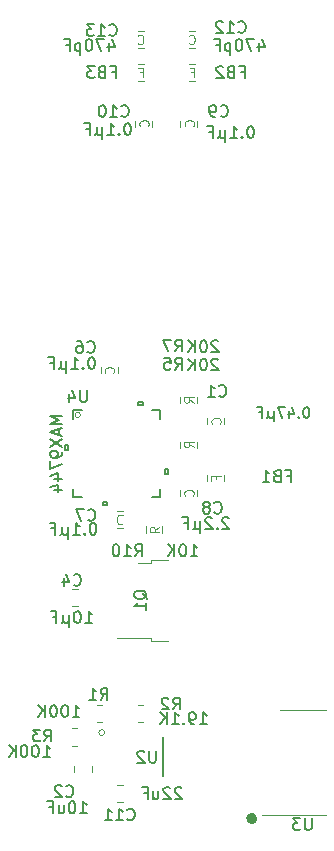
<source format=gbr>
G04 #@! TF.GenerationSoftware,KiCad,Pcbnew,(6.0.7)*
G04 #@! TF.CreationDate,2023-04-27T15:35:51-05:00*
G04 #@! TF.ProjectId,ControlBoardT4_DFminiSound_PowerAmp,436f6e74-726f-46c4-926f-61726454345f,rev?*
G04 #@! TF.SameCoordinates,Original*
G04 #@! TF.FileFunction,Legend,Bot*
G04 #@! TF.FilePolarity,Positive*
%FSLAX46Y46*%
G04 Gerber Fmt 4.6, Leading zero omitted, Abs format (unit mm)*
G04 Created by KiCad (PCBNEW (6.0.7)) date 2023-04-27 15:35:51*
%MOMM*%
%LPD*%
G01*
G04 APERTURE LIST*
%ADD10C,0.125000*%
%ADD11C,0.150000*%
%ADD12C,0.120000*%
%ADD13C,0.152400*%
G04 APERTURE END LIST*
D10*
X132751904Y-111757619D02*
X132370952Y-111490952D01*
X132751904Y-111300476D02*
X131951904Y-111300476D01*
X131951904Y-111605238D01*
X131990000Y-111681428D01*
X132028095Y-111719523D01*
X132104285Y-111757619D01*
X132218571Y-111757619D01*
X132294761Y-111719523D01*
X132332857Y-111681428D01*
X132370952Y-111605238D01*
X132370952Y-111300476D01*
X132685714Y-119627619D02*
X132723809Y-119589523D01*
X132761904Y-119475238D01*
X132761904Y-119399047D01*
X132723809Y-119284761D01*
X132647619Y-119208571D01*
X132571428Y-119170476D01*
X132419047Y-119132380D01*
X132304761Y-119132380D01*
X132152380Y-119170476D01*
X132076190Y-119208571D01*
X132000000Y-119284761D01*
X131961904Y-119399047D01*
X131961904Y-119475238D01*
X132000000Y-119589523D01*
X132038095Y-119627619D01*
X134975714Y-113557619D02*
X135013809Y-113519523D01*
X135051904Y-113405238D01*
X135051904Y-113329047D01*
X135013809Y-113214761D01*
X134937619Y-113138571D01*
X134861428Y-113100476D01*
X134709047Y-113062380D01*
X134594761Y-113062380D01*
X134442380Y-113100476D01*
X134366190Y-113138571D01*
X134290000Y-113214761D01*
X134251904Y-113329047D01*
X134251904Y-113405238D01*
X134290000Y-113519523D01*
X134328095Y-113557619D01*
X129831904Y-122272380D02*
X129450952Y-122539047D01*
X129831904Y-122729523D02*
X129031904Y-122729523D01*
X129031904Y-122424761D01*
X129070000Y-122348571D01*
X129108095Y-122310476D01*
X129184285Y-122272380D01*
X129298571Y-122272380D01*
X129374761Y-122310476D01*
X129412857Y-122348571D01*
X129450952Y-122424761D01*
X129450952Y-122729523D01*
X128002380Y-81335714D02*
X128040476Y-81373809D01*
X128154761Y-81411904D01*
X128230952Y-81411904D01*
X128345238Y-81373809D01*
X128421428Y-81297619D01*
X128459523Y-81221428D01*
X128497619Y-81069047D01*
X128497619Y-80954761D01*
X128459523Y-80802380D01*
X128421428Y-80726190D01*
X128345238Y-80650000D01*
X128230952Y-80611904D01*
X128154761Y-80611904D01*
X128040476Y-80650000D01*
X128002380Y-80688095D01*
X125925714Y-109247619D02*
X125963809Y-109209523D01*
X126001904Y-109095238D01*
X126001904Y-109019047D01*
X125963809Y-108904761D01*
X125887619Y-108828571D01*
X125811428Y-108790476D01*
X125659047Y-108752380D01*
X125544761Y-108752380D01*
X125392380Y-108790476D01*
X125316190Y-108828571D01*
X125240000Y-108904761D01*
X125201904Y-109019047D01*
X125201904Y-109095238D01*
X125240000Y-109209523D01*
X125278095Y-109247619D01*
X132515714Y-83782857D02*
X132782380Y-83782857D01*
X132782380Y-84201904D02*
X132782380Y-83401904D01*
X132401428Y-83401904D01*
X134622857Y-118244285D02*
X134622857Y-117977619D01*
X135041904Y-117977619D02*
X134241904Y-117977619D01*
X134241904Y-118358571D01*
X128185714Y-83772857D02*
X128452380Y-83772857D01*
X128452380Y-84191904D02*
X128452380Y-83391904D01*
X128071428Y-83391904D01*
X132705714Y-88357619D02*
X132743809Y-88319523D01*
X132781904Y-88205238D01*
X132781904Y-88129047D01*
X132743809Y-88014761D01*
X132667619Y-87938571D01*
X132591428Y-87900476D01*
X132439047Y-87862380D01*
X132324761Y-87862380D01*
X132172380Y-87900476D01*
X132096190Y-87938571D01*
X132020000Y-88014761D01*
X131981904Y-88129047D01*
X131981904Y-88205238D01*
X132020000Y-88319523D01*
X132058095Y-88357619D01*
X132362380Y-81345714D02*
X132400476Y-81383809D01*
X132514761Y-81421904D01*
X132590952Y-81421904D01*
X132705238Y-81383809D01*
X132781428Y-81307619D01*
X132819523Y-81231428D01*
X132857619Y-81079047D01*
X132857619Y-80964761D01*
X132819523Y-80812380D01*
X132781428Y-80736190D01*
X132705238Y-80660000D01*
X132590952Y-80621904D01*
X132514761Y-80621904D01*
X132400476Y-80660000D01*
X132362380Y-80698095D01*
X132761904Y-115547619D02*
X132380952Y-115280952D01*
X132761904Y-115090476D02*
X131961904Y-115090476D01*
X131961904Y-115395238D01*
X132000000Y-115471428D01*
X132038095Y-115509523D01*
X132114285Y-115547619D01*
X132228571Y-115547619D01*
X132304761Y-115509523D01*
X132342857Y-115471428D01*
X132380952Y-115395238D01*
X132380952Y-115090476D01*
X128885714Y-88357619D02*
X128923809Y-88319523D01*
X128961904Y-88205238D01*
X128961904Y-88129047D01*
X128923809Y-88014761D01*
X128847619Y-87938571D01*
X128771428Y-87900476D01*
X128619047Y-87862380D01*
X128504761Y-87862380D01*
X128352380Y-87900476D01*
X128276190Y-87938571D01*
X128200000Y-88014761D01*
X128161904Y-88129047D01*
X128161904Y-88205238D01*
X128200000Y-88319523D01*
X128238095Y-88357619D01*
X126727619Y-121314285D02*
X126689523Y-121276190D01*
X126575238Y-121238095D01*
X126499047Y-121238095D01*
X126384761Y-121276190D01*
X126308571Y-121352380D01*
X126270476Y-121428571D01*
X126232380Y-121580952D01*
X126232380Y-121695238D01*
X126270476Y-121847619D01*
X126308571Y-121923809D01*
X126384761Y-122000000D01*
X126499047Y-122038095D01*
X126575238Y-122038095D01*
X126689523Y-122000000D01*
X126727619Y-121961904D01*
D11*
X127782857Y-124762380D02*
X128116190Y-124286190D01*
X128354285Y-124762380D02*
X128354285Y-123762380D01*
X127973333Y-123762380D01*
X127878095Y-123810000D01*
X127830476Y-123857619D01*
X127782857Y-123952857D01*
X127782857Y-124095714D01*
X127830476Y-124190952D01*
X127878095Y-124238571D01*
X127973333Y-124286190D01*
X128354285Y-124286190D01*
X126830476Y-124762380D02*
X127401904Y-124762380D01*
X127116190Y-124762380D02*
X127116190Y-123762380D01*
X127211428Y-123905238D01*
X127306666Y-124000476D01*
X127401904Y-124048095D01*
X126211428Y-123762380D02*
X126116190Y-123762380D01*
X126020952Y-123810000D01*
X125973333Y-123857619D01*
X125925714Y-123952857D01*
X125878095Y-124143333D01*
X125878095Y-124381428D01*
X125925714Y-124571904D01*
X125973333Y-124667142D01*
X126020952Y-124714761D01*
X126116190Y-124762380D01*
X126211428Y-124762380D01*
X126306666Y-124714761D01*
X126354285Y-124667142D01*
X126401904Y-124571904D01*
X126449523Y-124381428D01*
X126449523Y-124143333D01*
X126401904Y-123952857D01*
X126354285Y-123857619D01*
X126306666Y-123810000D01*
X126211428Y-123762380D01*
X132500476Y-124762380D02*
X133071904Y-124762380D01*
X132786190Y-124762380D02*
X132786190Y-123762380D01*
X132881428Y-123905238D01*
X132976666Y-124000476D01*
X133071904Y-124048095D01*
X131881428Y-123762380D02*
X131786190Y-123762380D01*
X131690952Y-123810000D01*
X131643333Y-123857619D01*
X131595714Y-123952857D01*
X131548095Y-124143333D01*
X131548095Y-124381428D01*
X131595714Y-124571904D01*
X131643333Y-124667142D01*
X131690952Y-124714761D01*
X131786190Y-124762380D01*
X131881428Y-124762380D01*
X131976666Y-124714761D01*
X132024285Y-124667142D01*
X132071904Y-124571904D01*
X132119523Y-124381428D01*
X132119523Y-124143333D01*
X132071904Y-123952857D01*
X132024285Y-123857619D01*
X131976666Y-123810000D01*
X131881428Y-123762380D01*
X131119523Y-124762380D02*
X131119523Y-123762380D01*
X130548095Y-124762380D02*
X130976666Y-124190952D01*
X130548095Y-123762380D02*
X131119523Y-124333809D01*
X123697904Y-110704380D02*
X123697904Y-111513904D01*
X123650285Y-111609142D01*
X123602666Y-111656761D01*
X123507428Y-111704380D01*
X123316952Y-111704380D01*
X123221714Y-111656761D01*
X123174095Y-111609142D01*
X123126476Y-111513904D01*
X123126476Y-110704380D01*
X122221714Y-111037714D02*
X122221714Y-111704380D01*
X122459809Y-110656761D02*
X122697904Y-111371047D01*
X122078857Y-111371047D01*
X121610380Y-112935142D02*
X120610380Y-112935142D01*
X121324666Y-113268476D01*
X120610380Y-113601809D01*
X121610380Y-113601809D01*
X121324666Y-114030380D02*
X121324666Y-114506571D01*
X121610380Y-113935142D02*
X120610380Y-114268476D01*
X121610380Y-114601809D01*
X120610380Y-114839904D02*
X121610380Y-115506571D01*
X120610380Y-115506571D02*
X121610380Y-114839904D01*
X121610380Y-115935142D02*
X121610380Y-116125619D01*
X121562761Y-116220857D01*
X121515142Y-116268476D01*
X121372285Y-116363714D01*
X121181809Y-116411333D01*
X120800857Y-116411333D01*
X120705619Y-116363714D01*
X120658000Y-116316095D01*
X120610380Y-116220857D01*
X120610380Y-116030380D01*
X120658000Y-115935142D01*
X120705619Y-115887523D01*
X120800857Y-115839904D01*
X121038952Y-115839904D01*
X121134190Y-115887523D01*
X121181809Y-115935142D01*
X121229428Y-116030380D01*
X121229428Y-116220857D01*
X121181809Y-116316095D01*
X121134190Y-116363714D01*
X121038952Y-116411333D01*
X120610380Y-116744666D02*
X120610380Y-117411333D01*
X121610380Y-116982761D01*
X120943714Y-118220857D02*
X121610380Y-118220857D01*
X120562761Y-117982761D02*
X121277047Y-117744666D01*
X121277047Y-118363714D01*
X120943714Y-119173238D02*
X121610380Y-119173238D01*
X120562761Y-118935142D02*
X121277047Y-118697047D01*
X121277047Y-119316095D01*
X131176666Y-107432380D02*
X131510000Y-106956190D01*
X131748095Y-107432380D02*
X131748095Y-106432380D01*
X131367142Y-106432380D01*
X131271904Y-106480000D01*
X131224285Y-106527619D01*
X131176666Y-106622857D01*
X131176666Y-106765714D01*
X131224285Y-106860952D01*
X131271904Y-106908571D01*
X131367142Y-106956190D01*
X131748095Y-106956190D01*
X130843333Y-106432380D02*
X130176666Y-106432380D01*
X130605238Y-107432380D01*
X134821904Y-106577619D02*
X134774285Y-106530000D01*
X134679047Y-106482380D01*
X134440952Y-106482380D01*
X134345714Y-106530000D01*
X134298095Y-106577619D01*
X134250476Y-106672857D01*
X134250476Y-106768095D01*
X134298095Y-106910952D01*
X134869523Y-107482380D01*
X134250476Y-107482380D01*
X133631428Y-106482380D02*
X133536190Y-106482380D01*
X133440952Y-106530000D01*
X133393333Y-106577619D01*
X133345714Y-106672857D01*
X133298095Y-106863333D01*
X133298095Y-107101428D01*
X133345714Y-107291904D01*
X133393333Y-107387142D01*
X133440952Y-107434761D01*
X133536190Y-107482380D01*
X133631428Y-107482380D01*
X133726666Y-107434761D01*
X133774285Y-107387142D01*
X133821904Y-107291904D01*
X133869523Y-107101428D01*
X133869523Y-106863333D01*
X133821904Y-106672857D01*
X133774285Y-106577619D01*
X133726666Y-106530000D01*
X133631428Y-106482380D01*
X132869523Y-107482380D02*
X132869523Y-106482380D01*
X132298095Y-107482380D02*
X132726666Y-106910952D01*
X132298095Y-106482380D02*
X132869523Y-107053809D01*
X128810559Y-128401821D02*
X128762940Y-128306583D01*
X128667701Y-128211345D01*
X128524844Y-128068488D01*
X128477225Y-127973250D01*
X128477225Y-127878012D01*
X128715320Y-127925631D02*
X128667701Y-127830393D01*
X128572463Y-127735155D01*
X128381987Y-127687536D01*
X128048654Y-127687536D01*
X127858178Y-127735155D01*
X127762940Y-127830393D01*
X127715320Y-127925631D01*
X127715320Y-128116107D01*
X127762940Y-128211345D01*
X127858178Y-128306583D01*
X128048654Y-128354202D01*
X128381987Y-128354202D01*
X128572463Y-128306583D01*
X128667701Y-128211345D01*
X128715320Y-128116107D01*
X128715320Y-127925631D01*
X128715320Y-129306583D02*
X128715320Y-128735155D01*
X128715320Y-129020869D02*
X127715320Y-129020869D01*
X127858178Y-128925631D01*
X127953416Y-128830393D01*
X128001035Y-128735155D01*
X131176666Y-108962380D02*
X131510000Y-108486190D01*
X131748095Y-108962380D02*
X131748095Y-107962380D01*
X131367142Y-107962380D01*
X131271904Y-108010000D01*
X131224285Y-108057619D01*
X131176666Y-108152857D01*
X131176666Y-108295714D01*
X131224285Y-108390952D01*
X131271904Y-108438571D01*
X131367142Y-108486190D01*
X131748095Y-108486190D01*
X130271904Y-107962380D02*
X130748095Y-107962380D01*
X130795714Y-108438571D01*
X130748095Y-108390952D01*
X130652857Y-108343333D01*
X130414761Y-108343333D01*
X130319523Y-108390952D01*
X130271904Y-108438571D01*
X130224285Y-108533809D01*
X130224285Y-108771904D01*
X130271904Y-108867142D01*
X130319523Y-108914761D01*
X130414761Y-108962380D01*
X130652857Y-108962380D01*
X130748095Y-108914761D01*
X130795714Y-108867142D01*
X134811904Y-108127619D02*
X134764285Y-108080000D01*
X134669047Y-108032380D01*
X134430952Y-108032380D01*
X134335714Y-108080000D01*
X134288095Y-108127619D01*
X134240476Y-108222857D01*
X134240476Y-108318095D01*
X134288095Y-108460952D01*
X134859523Y-109032380D01*
X134240476Y-109032380D01*
X133621428Y-108032380D02*
X133526190Y-108032380D01*
X133430952Y-108080000D01*
X133383333Y-108127619D01*
X133335714Y-108222857D01*
X133288095Y-108413333D01*
X133288095Y-108651428D01*
X133335714Y-108841904D01*
X133383333Y-108937142D01*
X133430952Y-108984761D01*
X133526190Y-109032380D01*
X133621428Y-109032380D01*
X133716666Y-108984761D01*
X133764285Y-108937142D01*
X133811904Y-108841904D01*
X133859523Y-108651428D01*
X133859523Y-108413333D01*
X133811904Y-108222857D01*
X133764285Y-108127619D01*
X133716666Y-108080000D01*
X133621428Y-108032380D01*
X132859523Y-109032380D02*
X132859523Y-108032380D01*
X132288095Y-109032380D02*
X132716666Y-108460952D01*
X132288095Y-108032380D02*
X132859523Y-108603809D01*
X136723333Y-83748571D02*
X137056666Y-83748571D01*
X137056666Y-84272380D02*
X137056666Y-83272380D01*
X136580476Y-83272380D01*
X135866190Y-83748571D02*
X135723333Y-83796190D01*
X135675714Y-83843809D01*
X135628095Y-83939047D01*
X135628095Y-84081904D01*
X135675714Y-84177142D01*
X135723333Y-84224761D01*
X135818571Y-84272380D01*
X136199523Y-84272380D01*
X136199523Y-83272380D01*
X135866190Y-83272380D01*
X135770952Y-83320000D01*
X135723333Y-83367619D01*
X135675714Y-83462857D01*
X135675714Y-83558095D01*
X135723333Y-83653333D01*
X135770952Y-83700952D01*
X135866190Y-83748571D01*
X136199523Y-83748571D01*
X135247142Y-83367619D02*
X135199523Y-83320000D01*
X135104285Y-83272380D01*
X134866190Y-83272380D01*
X134770952Y-83320000D01*
X134723333Y-83367619D01*
X134675714Y-83462857D01*
X134675714Y-83558095D01*
X134723333Y-83700952D01*
X135294761Y-84272380D01*
X134675714Y-84272380D01*
X123806666Y-121677142D02*
X123854285Y-121724761D01*
X123997142Y-121772380D01*
X124092380Y-121772380D01*
X124235238Y-121724761D01*
X124330476Y-121629523D01*
X124378095Y-121534285D01*
X124425714Y-121343809D01*
X124425714Y-121200952D01*
X124378095Y-121010476D01*
X124330476Y-120915238D01*
X124235238Y-120820000D01*
X124092380Y-120772380D01*
X123997142Y-120772380D01*
X123854285Y-120820000D01*
X123806666Y-120867619D01*
X123473333Y-120772380D02*
X122806666Y-120772380D01*
X123235238Y-121772380D01*
X124274285Y-121932380D02*
X124179047Y-121932380D01*
X124083809Y-121980000D01*
X124036190Y-122027619D01*
X123988571Y-122122857D01*
X123940952Y-122313333D01*
X123940952Y-122551428D01*
X123988571Y-122741904D01*
X124036190Y-122837142D01*
X124083809Y-122884761D01*
X124179047Y-122932380D01*
X124274285Y-122932380D01*
X124369523Y-122884761D01*
X124417142Y-122837142D01*
X124464761Y-122741904D01*
X124512380Y-122551428D01*
X124512380Y-122313333D01*
X124464761Y-122122857D01*
X124417142Y-122027619D01*
X124369523Y-121980000D01*
X124274285Y-121932380D01*
X123512380Y-122837142D02*
X123464761Y-122884761D01*
X123512380Y-122932380D01*
X123560000Y-122884761D01*
X123512380Y-122837142D01*
X123512380Y-122932380D01*
X122512380Y-122932380D02*
X123083809Y-122932380D01*
X122798095Y-122932380D02*
X122798095Y-121932380D01*
X122893333Y-122075238D01*
X122988571Y-122170476D01*
X123083809Y-122218095D01*
X122083809Y-122265714D02*
X122083809Y-123265714D01*
X121607619Y-122789523D02*
X121559999Y-122884761D01*
X121464761Y-122932380D01*
X122083809Y-122789523D02*
X122036190Y-122884761D01*
X121940952Y-122932380D01*
X121750476Y-122932380D01*
X121655238Y-122884761D01*
X121607619Y-122789523D01*
X121607619Y-122265714D01*
X120702857Y-122408571D02*
X121036190Y-122408571D01*
X121036190Y-122932380D02*
X121036190Y-121932380D01*
X120560000Y-121932380D01*
X126626857Y-87479142D02*
X126674476Y-87526761D01*
X126817333Y-87574380D01*
X126912571Y-87574380D01*
X127055428Y-87526761D01*
X127150666Y-87431523D01*
X127198285Y-87336285D01*
X127245904Y-87145809D01*
X127245904Y-87002952D01*
X127198285Y-86812476D01*
X127150666Y-86717238D01*
X127055428Y-86622000D01*
X126912571Y-86574380D01*
X126817333Y-86574380D01*
X126674476Y-86622000D01*
X126626857Y-86669619D01*
X125674476Y-87574380D02*
X126245904Y-87574380D01*
X125960190Y-87574380D02*
X125960190Y-86574380D01*
X126055428Y-86717238D01*
X126150666Y-86812476D01*
X126245904Y-86860095D01*
X125055428Y-86574380D02*
X124960190Y-86574380D01*
X124864952Y-86622000D01*
X124817333Y-86669619D01*
X124769714Y-86764857D01*
X124722095Y-86955333D01*
X124722095Y-87193428D01*
X124769714Y-87383904D01*
X124817333Y-87479142D01*
X124864952Y-87526761D01*
X124960190Y-87574380D01*
X125055428Y-87574380D01*
X125150666Y-87526761D01*
X125198285Y-87479142D01*
X125245904Y-87383904D01*
X125293523Y-87193428D01*
X125293523Y-86955333D01*
X125245904Y-86764857D01*
X125198285Y-86669619D01*
X125150666Y-86622000D01*
X125055428Y-86574380D01*
X127190285Y-88098380D02*
X127095047Y-88098380D01*
X126999809Y-88146000D01*
X126952190Y-88193619D01*
X126904571Y-88288857D01*
X126856952Y-88479333D01*
X126856952Y-88717428D01*
X126904571Y-88907904D01*
X126952190Y-89003142D01*
X126999809Y-89050761D01*
X127095047Y-89098380D01*
X127190285Y-89098380D01*
X127285523Y-89050761D01*
X127333142Y-89003142D01*
X127380761Y-88907904D01*
X127428380Y-88717428D01*
X127428380Y-88479333D01*
X127380761Y-88288857D01*
X127333142Y-88193619D01*
X127285523Y-88146000D01*
X127190285Y-88098380D01*
X126428380Y-89003142D02*
X126380761Y-89050761D01*
X126428380Y-89098380D01*
X126476000Y-89050761D01*
X126428380Y-89003142D01*
X126428380Y-89098380D01*
X125428380Y-89098380D02*
X125999809Y-89098380D01*
X125714095Y-89098380D02*
X125714095Y-88098380D01*
X125809333Y-88241238D01*
X125904571Y-88336476D01*
X125999809Y-88384095D01*
X124999809Y-88431714D02*
X124999809Y-89431714D01*
X124523619Y-88955523D02*
X124475999Y-89050761D01*
X124380761Y-89098380D01*
X124999809Y-88955523D02*
X124952190Y-89050761D01*
X124856952Y-89098380D01*
X124666476Y-89098380D01*
X124571238Y-89050761D01*
X124523619Y-88955523D01*
X124523619Y-88431714D01*
X123618857Y-88574571D02*
X123952190Y-88574571D01*
X123952190Y-89098380D02*
X123952190Y-88098380D01*
X123476000Y-88098380D01*
X134506666Y-121057142D02*
X134554285Y-121104761D01*
X134697142Y-121152380D01*
X134792380Y-121152380D01*
X134935238Y-121104761D01*
X135030476Y-121009523D01*
X135078095Y-120914285D01*
X135125714Y-120723809D01*
X135125714Y-120580952D01*
X135078095Y-120390476D01*
X135030476Y-120295238D01*
X134935238Y-120200000D01*
X134792380Y-120152380D01*
X134697142Y-120152380D01*
X134554285Y-120200000D01*
X134506666Y-120247619D01*
X133935238Y-120580952D02*
X134030476Y-120533333D01*
X134078095Y-120485714D01*
X134125714Y-120390476D01*
X134125714Y-120342857D01*
X134078095Y-120247619D01*
X134030476Y-120200000D01*
X133935238Y-120152380D01*
X133744761Y-120152380D01*
X133649523Y-120200000D01*
X133601904Y-120247619D01*
X133554285Y-120342857D01*
X133554285Y-120390476D01*
X133601904Y-120485714D01*
X133649523Y-120533333D01*
X133744761Y-120580952D01*
X133935238Y-120580952D01*
X134030476Y-120628571D01*
X134078095Y-120676190D01*
X134125714Y-120771428D01*
X134125714Y-120961904D01*
X134078095Y-121057142D01*
X134030476Y-121104761D01*
X133935238Y-121152380D01*
X133744761Y-121152380D01*
X133649523Y-121104761D01*
X133601904Y-121057142D01*
X133554285Y-120961904D01*
X133554285Y-120771428D01*
X133601904Y-120676190D01*
X133649523Y-120628571D01*
X133744761Y-120580952D01*
X135732380Y-121567619D02*
X135684761Y-121520000D01*
X135589523Y-121472380D01*
X135351428Y-121472380D01*
X135256190Y-121520000D01*
X135208571Y-121567619D01*
X135160952Y-121662857D01*
X135160952Y-121758095D01*
X135208571Y-121900952D01*
X135780000Y-122472380D01*
X135160952Y-122472380D01*
X134732380Y-122377142D02*
X134684761Y-122424761D01*
X134732380Y-122472380D01*
X134780000Y-122424761D01*
X134732380Y-122377142D01*
X134732380Y-122472380D01*
X134303809Y-121567619D02*
X134256190Y-121520000D01*
X134160952Y-121472380D01*
X133922857Y-121472380D01*
X133827619Y-121520000D01*
X133780000Y-121567619D01*
X133732380Y-121662857D01*
X133732380Y-121758095D01*
X133780000Y-121900952D01*
X134351428Y-122472380D01*
X133732380Y-122472380D01*
X133303809Y-121805714D02*
X133303809Y-122805714D01*
X132827619Y-122329523D02*
X132779999Y-122424761D01*
X132684761Y-122472380D01*
X133303809Y-122329523D02*
X133256190Y-122424761D01*
X133160952Y-122472380D01*
X132970476Y-122472380D01*
X132875238Y-122424761D01*
X132827619Y-122329523D01*
X132827619Y-121805714D01*
X131922857Y-121948571D02*
X132256190Y-121948571D01*
X132256190Y-122472380D02*
X132256190Y-121472380D01*
X131780000Y-121472380D01*
X135040666Y-87479142D02*
X135088285Y-87526761D01*
X135231142Y-87574380D01*
X135326380Y-87574380D01*
X135469238Y-87526761D01*
X135564476Y-87431523D01*
X135612095Y-87336285D01*
X135659714Y-87145809D01*
X135659714Y-87002952D01*
X135612095Y-86812476D01*
X135564476Y-86717238D01*
X135469238Y-86622000D01*
X135326380Y-86574380D01*
X135231142Y-86574380D01*
X135088285Y-86622000D01*
X135040666Y-86669619D01*
X134564476Y-87574380D02*
X134374000Y-87574380D01*
X134278761Y-87526761D01*
X134231142Y-87479142D01*
X134135904Y-87336285D01*
X134088285Y-87145809D01*
X134088285Y-86764857D01*
X134135904Y-86669619D01*
X134183523Y-86622000D01*
X134278761Y-86574380D01*
X134469238Y-86574380D01*
X134564476Y-86622000D01*
X134612095Y-86669619D01*
X134659714Y-86764857D01*
X134659714Y-87002952D01*
X134612095Y-87098190D01*
X134564476Y-87145809D01*
X134469238Y-87193428D01*
X134278761Y-87193428D01*
X134183523Y-87145809D01*
X134135904Y-87098190D01*
X134088285Y-87002952D01*
X137604285Y-88352380D02*
X137509047Y-88352380D01*
X137413809Y-88400000D01*
X137366190Y-88447619D01*
X137318571Y-88542857D01*
X137270952Y-88733333D01*
X137270952Y-88971428D01*
X137318571Y-89161904D01*
X137366190Y-89257142D01*
X137413809Y-89304761D01*
X137509047Y-89352380D01*
X137604285Y-89352380D01*
X137699523Y-89304761D01*
X137747142Y-89257142D01*
X137794761Y-89161904D01*
X137842380Y-88971428D01*
X137842380Y-88733333D01*
X137794761Y-88542857D01*
X137747142Y-88447619D01*
X137699523Y-88400000D01*
X137604285Y-88352380D01*
X136842380Y-89257142D02*
X136794761Y-89304761D01*
X136842380Y-89352380D01*
X136890000Y-89304761D01*
X136842380Y-89257142D01*
X136842380Y-89352380D01*
X135842380Y-89352380D02*
X136413809Y-89352380D01*
X136128095Y-89352380D02*
X136128095Y-88352380D01*
X136223333Y-88495238D01*
X136318571Y-88590476D01*
X136413809Y-88638095D01*
X135413809Y-88685714D02*
X135413809Y-89685714D01*
X134937619Y-89209523D02*
X134890000Y-89304761D01*
X134794761Y-89352380D01*
X135413809Y-89209523D02*
X135366190Y-89304761D01*
X135270952Y-89352380D01*
X135080476Y-89352380D01*
X134985238Y-89304761D01*
X134937619Y-89209523D01*
X134937619Y-88685714D01*
X134032857Y-88828571D02*
X134366190Y-88828571D01*
X134366190Y-89352380D02*
X134366190Y-88352380D01*
X133890000Y-88352380D01*
X122589326Y-127183422D02*
X122636945Y-127231041D01*
X122779802Y-127278660D01*
X122875040Y-127278660D01*
X123017898Y-127231041D01*
X123113136Y-127135803D01*
X123160755Y-127040565D01*
X123208374Y-126850089D01*
X123208374Y-126707232D01*
X123160755Y-126516756D01*
X123113136Y-126421518D01*
X123017898Y-126326280D01*
X122875040Y-126278660D01*
X122779802Y-126278660D01*
X122636945Y-126326280D01*
X122589326Y-126373899D01*
X121732183Y-126611994D02*
X121732183Y-127278660D01*
X121970279Y-126231041D02*
X122208374Y-126945327D01*
X121589326Y-126945327D01*
X123562857Y-130412380D02*
X124134285Y-130412380D01*
X123848571Y-130412380D02*
X123848571Y-129412380D01*
X123943809Y-129555238D01*
X124039047Y-129650476D01*
X124134285Y-129698095D01*
X122943809Y-129412380D02*
X122848571Y-129412380D01*
X122753333Y-129460000D01*
X122705714Y-129507619D01*
X122658095Y-129602857D01*
X122610476Y-129793333D01*
X122610476Y-130031428D01*
X122658095Y-130221904D01*
X122705714Y-130317142D01*
X122753333Y-130364761D01*
X122848571Y-130412380D01*
X122943809Y-130412380D01*
X123039047Y-130364761D01*
X123086666Y-130317142D01*
X123134285Y-130221904D01*
X123181904Y-130031428D01*
X123181904Y-129793333D01*
X123134285Y-129602857D01*
X123086666Y-129507619D01*
X123039047Y-129460000D01*
X122943809Y-129412380D01*
X122181904Y-129745714D02*
X122181904Y-130745714D01*
X121705714Y-130269523D02*
X121658095Y-130364761D01*
X121562857Y-130412380D01*
X122181904Y-130269523D02*
X122134285Y-130364761D01*
X122039047Y-130412380D01*
X121848571Y-130412380D01*
X121753333Y-130364761D01*
X121705714Y-130269523D01*
X121705714Y-129745714D01*
X120800952Y-129888571D02*
X121134285Y-129888571D01*
X121134285Y-130412380D02*
X121134285Y-129412380D01*
X120658095Y-129412380D01*
X125610857Y-80621142D02*
X125658476Y-80668761D01*
X125801333Y-80716380D01*
X125896571Y-80716380D01*
X126039428Y-80668761D01*
X126134666Y-80573523D01*
X126182285Y-80478285D01*
X126229904Y-80287809D01*
X126229904Y-80144952D01*
X126182285Y-79954476D01*
X126134666Y-79859238D01*
X126039428Y-79764000D01*
X125896571Y-79716380D01*
X125801333Y-79716380D01*
X125658476Y-79764000D01*
X125610857Y-79811619D01*
X124658476Y-80716380D02*
X125229904Y-80716380D01*
X124944190Y-80716380D02*
X124944190Y-79716380D01*
X125039428Y-79859238D01*
X125134666Y-79954476D01*
X125229904Y-80002095D01*
X124325142Y-79716380D02*
X123706095Y-79716380D01*
X124039428Y-80097333D01*
X123896571Y-80097333D01*
X123801333Y-80144952D01*
X123753714Y-80192571D01*
X123706095Y-80287809D01*
X123706095Y-80525904D01*
X123753714Y-80621142D01*
X123801333Y-80668761D01*
X123896571Y-80716380D01*
X124182285Y-80716380D01*
X124277523Y-80668761D01*
X124325142Y-80621142D01*
X125594857Y-81319714D02*
X125594857Y-81986380D01*
X125832952Y-80938761D02*
X126071047Y-81653047D01*
X125452000Y-81653047D01*
X125166285Y-80986380D02*
X124499619Y-80986380D01*
X124928190Y-81986380D01*
X123928190Y-80986380D02*
X123832952Y-80986380D01*
X123737714Y-81034000D01*
X123690095Y-81081619D01*
X123642476Y-81176857D01*
X123594857Y-81367333D01*
X123594857Y-81605428D01*
X123642476Y-81795904D01*
X123690095Y-81891142D01*
X123737714Y-81938761D01*
X123832952Y-81986380D01*
X123928190Y-81986380D01*
X124023428Y-81938761D01*
X124071047Y-81891142D01*
X124118666Y-81795904D01*
X124166285Y-81605428D01*
X124166285Y-81367333D01*
X124118666Y-81176857D01*
X124071047Y-81081619D01*
X124023428Y-81034000D01*
X123928190Y-80986380D01*
X123166285Y-81319714D02*
X123166285Y-82319714D01*
X123166285Y-81367333D02*
X123071047Y-81319714D01*
X122880571Y-81319714D01*
X122785333Y-81367333D01*
X122737714Y-81414952D01*
X122690095Y-81510190D01*
X122690095Y-81795904D01*
X122737714Y-81891142D01*
X122785333Y-81938761D01*
X122880571Y-81986380D01*
X123071047Y-81986380D01*
X123166285Y-81938761D01*
X121928190Y-81462571D02*
X122261523Y-81462571D01*
X122261523Y-81986380D02*
X122261523Y-80986380D01*
X121785333Y-80986380D01*
X134906666Y-111167142D02*
X134954285Y-111214761D01*
X135097142Y-111262380D01*
X135192380Y-111262380D01*
X135335238Y-111214761D01*
X135430476Y-111119523D01*
X135478095Y-111024285D01*
X135525714Y-110833809D01*
X135525714Y-110690952D01*
X135478095Y-110500476D01*
X135430476Y-110405238D01*
X135335238Y-110310000D01*
X135192380Y-110262380D01*
X135097142Y-110262380D01*
X134954285Y-110310000D01*
X134906666Y-110357619D01*
X133954285Y-111262380D02*
X134525714Y-111262380D01*
X134240000Y-111262380D02*
X134240000Y-110262380D01*
X134335238Y-110405238D01*
X134430476Y-110500476D01*
X134525714Y-110548095D01*
X142341428Y-112157142D02*
X142255714Y-112157142D01*
X142170000Y-112200000D01*
X142127142Y-112242857D01*
X142084285Y-112328571D01*
X142041428Y-112500000D01*
X142041428Y-112714285D01*
X142084285Y-112885714D01*
X142127142Y-112971428D01*
X142170000Y-113014285D01*
X142255714Y-113057142D01*
X142341428Y-113057142D01*
X142427142Y-113014285D01*
X142470000Y-112971428D01*
X142512857Y-112885714D01*
X142555714Y-112714285D01*
X142555714Y-112500000D01*
X142512857Y-112328571D01*
X142470000Y-112242857D01*
X142427142Y-112200000D01*
X142341428Y-112157142D01*
X141655714Y-112971428D02*
X141612857Y-113014285D01*
X141655714Y-113057142D01*
X141698571Y-113014285D01*
X141655714Y-112971428D01*
X141655714Y-113057142D01*
X140841428Y-112457142D02*
X140841428Y-113057142D01*
X141055714Y-112114285D02*
X141270000Y-112757142D01*
X140712857Y-112757142D01*
X140455714Y-112157142D02*
X139855714Y-112157142D01*
X140241428Y-113057142D01*
X139512857Y-112457142D02*
X139512857Y-113357142D01*
X139084285Y-112928571D02*
X139041428Y-113014285D01*
X138955714Y-113057142D01*
X139512857Y-112928571D02*
X139470000Y-113014285D01*
X139384285Y-113057142D01*
X139212857Y-113057142D01*
X139127142Y-113014285D01*
X139084285Y-112928571D01*
X139084285Y-112457142D01*
X138270000Y-112585714D02*
X138570000Y-112585714D01*
X138570000Y-113057142D02*
X138570000Y-112157142D01*
X138141428Y-112157142D01*
X140633333Y-117938571D02*
X140966666Y-117938571D01*
X140966666Y-118462380D02*
X140966666Y-117462380D01*
X140490476Y-117462380D01*
X139776190Y-117938571D02*
X139633333Y-117986190D01*
X139585714Y-118033809D01*
X139538095Y-118129047D01*
X139538095Y-118271904D01*
X139585714Y-118367142D01*
X139633333Y-118414761D01*
X139728571Y-118462380D01*
X140109523Y-118462380D01*
X140109523Y-117462380D01*
X139776190Y-117462380D01*
X139680952Y-117510000D01*
X139633333Y-117557619D01*
X139585714Y-117652857D01*
X139585714Y-117748095D01*
X139633333Y-117843333D01*
X139680952Y-117890952D01*
X139776190Y-117938571D01*
X140109523Y-117938571D01*
X138585714Y-118462380D02*
X139157142Y-118462380D01*
X138871428Y-118462380D02*
X138871428Y-117462380D01*
X138966666Y-117605238D01*
X139061904Y-117700476D01*
X139157142Y-117748095D01*
X125801333Y-83748571D02*
X126134666Y-83748571D01*
X126134666Y-84272380D02*
X126134666Y-83272380D01*
X125658476Y-83272380D01*
X124944190Y-83748571D02*
X124801333Y-83796190D01*
X124753714Y-83843809D01*
X124706095Y-83939047D01*
X124706095Y-84081904D01*
X124753714Y-84177142D01*
X124801333Y-84224761D01*
X124896571Y-84272380D01*
X125277523Y-84272380D01*
X125277523Y-83272380D01*
X124944190Y-83272380D01*
X124848952Y-83320000D01*
X124801333Y-83367619D01*
X124753714Y-83462857D01*
X124753714Y-83558095D01*
X124801333Y-83653333D01*
X124848952Y-83700952D01*
X124944190Y-83748571D01*
X125277523Y-83748571D01*
X124372761Y-83272380D02*
X123753714Y-83272380D01*
X124087047Y-83653333D01*
X123944190Y-83653333D01*
X123848952Y-83700952D01*
X123801333Y-83748571D01*
X123753714Y-83843809D01*
X123753714Y-84081904D01*
X123801333Y-84177142D01*
X123848952Y-84224761D01*
X123944190Y-84272380D01*
X124229904Y-84272380D01*
X124325142Y-84224761D01*
X124372761Y-84177142D01*
X123756666Y-107457142D02*
X123804285Y-107504761D01*
X123947142Y-107552380D01*
X124042380Y-107552380D01*
X124185238Y-107504761D01*
X124280476Y-107409523D01*
X124328095Y-107314285D01*
X124375714Y-107123809D01*
X124375714Y-106980952D01*
X124328095Y-106790476D01*
X124280476Y-106695238D01*
X124185238Y-106600000D01*
X124042380Y-106552380D01*
X123947142Y-106552380D01*
X123804285Y-106600000D01*
X123756666Y-106647619D01*
X122899523Y-106552380D02*
X123090000Y-106552380D01*
X123185238Y-106600000D01*
X123232857Y-106647619D01*
X123328095Y-106790476D01*
X123375714Y-106980952D01*
X123375714Y-107361904D01*
X123328095Y-107457142D01*
X123280476Y-107504761D01*
X123185238Y-107552380D01*
X122994761Y-107552380D01*
X122899523Y-107504761D01*
X122851904Y-107457142D01*
X122804285Y-107361904D01*
X122804285Y-107123809D01*
X122851904Y-107028571D01*
X122899523Y-106980952D01*
X122994761Y-106933333D01*
X123185238Y-106933333D01*
X123280476Y-106980952D01*
X123328095Y-107028571D01*
X123375714Y-107123809D01*
X124144285Y-107902380D02*
X124049047Y-107902380D01*
X123953809Y-107950000D01*
X123906190Y-107997619D01*
X123858571Y-108092857D01*
X123810952Y-108283333D01*
X123810952Y-108521428D01*
X123858571Y-108711904D01*
X123906190Y-108807142D01*
X123953809Y-108854761D01*
X124049047Y-108902380D01*
X124144285Y-108902380D01*
X124239523Y-108854761D01*
X124287142Y-108807142D01*
X124334761Y-108711904D01*
X124382380Y-108521428D01*
X124382380Y-108283333D01*
X124334761Y-108092857D01*
X124287142Y-107997619D01*
X124239523Y-107950000D01*
X124144285Y-107902380D01*
X123382380Y-108807142D02*
X123334761Y-108854761D01*
X123382380Y-108902380D01*
X123430000Y-108854761D01*
X123382380Y-108807142D01*
X123382380Y-108902380D01*
X122382380Y-108902380D02*
X122953809Y-108902380D01*
X122668095Y-108902380D02*
X122668095Y-107902380D01*
X122763333Y-108045238D01*
X122858571Y-108140476D01*
X122953809Y-108188095D01*
X121953809Y-108235714D02*
X121953809Y-109235714D01*
X121477619Y-108759523D02*
X121429999Y-108854761D01*
X121334761Y-108902380D01*
X121953809Y-108759523D02*
X121906190Y-108854761D01*
X121810952Y-108902380D01*
X121620476Y-108902380D01*
X121525238Y-108854761D01*
X121477619Y-108759523D01*
X121477619Y-108235714D01*
X120572857Y-108378571D02*
X120906190Y-108378571D01*
X120906190Y-108902380D02*
X120906190Y-107902380D01*
X120430000Y-107902380D01*
X136532857Y-80367142D02*
X136580476Y-80414761D01*
X136723333Y-80462380D01*
X136818571Y-80462380D01*
X136961428Y-80414761D01*
X137056666Y-80319523D01*
X137104285Y-80224285D01*
X137151904Y-80033809D01*
X137151904Y-79890952D01*
X137104285Y-79700476D01*
X137056666Y-79605238D01*
X136961428Y-79510000D01*
X136818571Y-79462380D01*
X136723333Y-79462380D01*
X136580476Y-79510000D01*
X136532857Y-79557619D01*
X135580476Y-80462380D02*
X136151904Y-80462380D01*
X135866190Y-80462380D02*
X135866190Y-79462380D01*
X135961428Y-79605238D01*
X136056666Y-79700476D01*
X136151904Y-79748095D01*
X135199523Y-79557619D02*
X135151904Y-79510000D01*
X135056666Y-79462380D01*
X134818571Y-79462380D01*
X134723333Y-79510000D01*
X134675714Y-79557619D01*
X134628095Y-79652857D01*
X134628095Y-79748095D01*
X134675714Y-79890952D01*
X135247142Y-80462380D01*
X134628095Y-80462380D01*
X138294857Y-81319714D02*
X138294857Y-81986380D01*
X138532952Y-80938761D02*
X138771047Y-81653047D01*
X138152000Y-81653047D01*
X137866285Y-80986380D02*
X137199619Y-80986380D01*
X137628190Y-81986380D01*
X136628190Y-80986380D02*
X136532952Y-80986380D01*
X136437714Y-81034000D01*
X136390095Y-81081619D01*
X136342476Y-81176857D01*
X136294857Y-81367333D01*
X136294857Y-81605428D01*
X136342476Y-81795904D01*
X136390095Y-81891142D01*
X136437714Y-81938761D01*
X136532952Y-81986380D01*
X136628190Y-81986380D01*
X136723428Y-81938761D01*
X136771047Y-81891142D01*
X136818666Y-81795904D01*
X136866285Y-81605428D01*
X136866285Y-81367333D01*
X136818666Y-81176857D01*
X136771047Y-81081619D01*
X136723428Y-81034000D01*
X136628190Y-80986380D01*
X135866285Y-81319714D02*
X135866285Y-82319714D01*
X135866285Y-81367333D02*
X135771047Y-81319714D01*
X135580571Y-81319714D01*
X135485333Y-81367333D01*
X135437714Y-81414952D01*
X135390095Y-81510190D01*
X135390095Y-81795904D01*
X135437714Y-81891142D01*
X135485333Y-81938761D01*
X135580571Y-81986380D01*
X135771047Y-81986380D01*
X135866285Y-81938761D01*
X134628190Y-81462571D02*
X134961523Y-81462571D01*
X134961523Y-81986380D02*
X134961523Y-80986380D01*
X134485333Y-80986380D01*
X124866666Y-136932380D02*
X125200000Y-136456190D01*
X125438095Y-136932380D02*
X125438095Y-135932380D01*
X125057142Y-135932380D01*
X124961904Y-135980000D01*
X124914285Y-136027619D01*
X124866666Y-136122857D01*
X124866666Y-136265714D01*
X124914285Y-136360952D01*
X124961904Y-136408571D01*
X125057142Y-136456190D01*
X125438095Y-136456190D01*
X123914285Y-136932380D02*
X124485714Y-136932380D01*
X124200000Y-136932380D02*
X124200000Y-135932380D01*
X124295238Y-136075238D01*
X124390476Y-136170476D01*
X124485714Y-136218095D01*
X122506666Y-138372380D02*
X123078095Y-138372380D01*
X122792380Y-138372380D02*
X122792380Y-137372380D01*
X122887619Y-137515238D01*
X122982857Y-137610476D01*
X123078095Y-137658095D01*
X121887619Y-137372380D02*
X121792380Y-137372380D01*
X121697142Y-137420000D01*
X121649523Y-137467619D01*
X121601904Y-137562857D01*
X121554285Y-137753333D01*
X121554285Y-137991428D01*
X121601904Y-138181904D01*
X121649523Y-138277142D01*
X121697142Y-138324761D01*
X121792380Y-138372380D01*
X121887619Y-138372380D01*
X121982857Y-138324761D01*
X122030476Y-138277142D01*
X122078095Y-138181904D01*
X122125714Y-137991428D01*
X122125714Y-137753333D01*
X122078095Y-137562857D01*
X122030476Y-137467619D01*
X121982857Y-137420000D01*
X121887619Y-137372380D01*
X120935238Y-137372380D02*
X120840000Y-137372380D01*
X120744761Y-137420000D01*
X120697142Y-137467619D01*
X120649523Y-137562857D01*
X120601904Y-137753333D01*
X120601904Y-137991428D01*
X120649523Y-138181904D01*
X120697142Y-138277142D01*
X120744761Y-138324761D01*
X120840000Y-138372380D01*
X120935238Y-138372380D01*
X121030476Y-138324761D01*
X121078095Y-138277142D01*
X121125714Y-138181904D01*
X121173333Y-137991428D01*
X121173333Y-137753333D01*
X121125714Y-137562857D01*
X121078095Y-137467619D01*
X121030476Y-137420000D01*
X120935238Y-137372380D01*
X120173333Y-138372380D02*
X120173333Y-137372380D01*
X119601904Y-138372380D02*
X120030476Y-137800952D01*
X119601904Y-137372380D02*
X120173333Y-137943809D01*
X120096666Y-140452380D02*
X120430000Y-139976190D01*
X120668095Y-140452380D02*
X120668095Y-139452380D01*
X120287142Y-139452380D01*
X120191904Y-139500000D01*
X120144285Y-139547619D01*
X120096666Y-139642857D01*
X120096666Y-139785714D01*
X120144285Y-139880952D01*
X120191904Y-139928571D01*
X120287142Y-139976190D01*
X120668095Y-139976190D01*
X119763333Y-139452380D02*
X119144285Y-139452380D01*
X119477619Y-139833333D01*
X119334761Y-139833333D01*
X119239523Y-139880952D01*
X119191904Y-139928571D01*
X119144285Y-140023809D01*
X119144285Y-140261904D01*
X119191904Y-140357142D01*
X119239523Y-140404761D01*
X119334761Y-140452380D01*
X119620476Y-140452380D01*
X119715714Y-140404761D01*
X119763333Y-140357142D01*
X120006666Y-141762380D02*
X120578095Y-141762380D01*
X120292380Y-141762380D02*
X120292380Y-140762380D01*
X120387619Y-140905238D01*
X120482857Y-141000476D01*
X120578095Y-141048095D01*
X119387619Y-140762380D02*
X119292380Y-140762380D01*
X119197142Y-140810000D01*
X119149523Y-140857619D01*
X119101904Y-140952857D01*
X119054285Y-141143333D01*
X119054285Y-141381428D01*
X119101904Y-141571904D01*
X119149523Y-141667142D01*
X119197142Y-141714761D01*
X119292380Y-141762380D01*
X119387619Y-141762380D01*
X119482857Y-141714761D01*
X119530476Y-141667142D01*
X119578095Y-141571904D01*
X119625714Y-141381428D01*
X119625714Y-141143333D01*
X119578095Y-140952857D01*
X119530476Y-140857619D01*
X119482857Y-140810000D01*
X119387619Y-140762380D01*
X118435238Y-140762380D02*
X118340000Y-140762380D01*
X118244761Y-140810000D01*
X118197142Y-140857619D01*
X118149523Y-140952857D01*
X118101904Y-141143333D01*
X118101904Y-141381428D01*
X118149523Y-141571904D01*
X118197142Y-141667142D01*
X118244761Y-141714761D01*
X118340000Y-141762380D01*
X118435238Y-141762380D01*
X118530476Y-141714761D01*
X118578095Y-141667142D01*
X118625714Y-141571904D01*
X118673333Y-141381428D01*
X118673333Y-141143333D01*
X118625714Y-140952857D01*
X118578095Y-140857619D01*
X118530476Y-140810000D01*
X118435238Y-140762380D01*
X117673333Y-141762380D02*
X117673333Y-140762380D01*
X117101904Y-141762380D02*
X117530476Y-141190952D01*
X117101904Y-140762380D02*
X117673333Y-141333809D01*
X129561904Y-141242380D02*
X129561904Y-142051904D01*
X129514285Y-142147142D01*
X129466666Y-142194761D01*
X129371428Y-142242380D01*
X129180952Y-142242380D01*
X129085714Y-142194761D01*
X129038095Y-142147142D01*
X128990476Y-142051904D01*
X128990476Y-141242380D01*
X128561904Y-141337619D02*
X128514285Y-141290000D01*
X128419047Y-141242380D01*
X128180952Y-141242380D01*
X128085714Y-141290000D01*
X128038095Y-141337619D01*
X127990476Y-141432857D01*
X127990476Y-141528095D01*
X128038095Y-141670952D01*
X128609523Y-142242380D01*
X127990476Y-142242380D01*
X130996666Y-137742380D02*
X131330000Y-137266190D01*
X131568095Y-137742380D02*
X131568095Y-136742380D01*
X131187142Y-136742380D01*
X131091904Y-136790000D01*
X131044285Y-136837619D01*
X130996666Y-136932857D01*
X130996666Y-137075714D01*
X131044285Y-137170952D01*
X131091904Y-137218571D01*
X131187142Y-137266190D01*
X131568095Y-137266190D01*
X130615714Y-136837619D02*
X130568095Y-136790000D01*
X130472857Y-136742380D01*
X130234761Y-136742380D01*
X130139523Y-136790000D01*
X130091904Y-136837619D01*
X130044285Y-136932857D01*
X130044285Y-137028095D01*
X130091904Y-137170952D01*
X130663333Y-137742380D01*
X130044285Y-137742380D01*
X133294761Y-138992380D02*
X133866190Y-138992380D01*
X133580476Y-138992380D02*
X133580476Y-137992380D01*
X133675714Y-138135238D01*
X133770952Y-138230476D01*
X133866190Y-138278095D01*
X132818571Y-138992380D02*
X132628095Y-138992380D01*
X132532857Y-138944761D01*
X132485238Y-138897142D01*
X132390000Y-138754285D01*
X132342380Y-138563809D01*
X132342380Y-138182857D01*
X132390000Y-138087619D01*
X132437619Y-138040000D01*
X132532857Y-137992380D01*
X132723333Y-137992380D01*
X132818571Y-138040000D01*
X132866190Y-138087619D01*
X132913809Y-138182857D01*
X132913809Y-138420952D01*
X132866190Y-138516190D01*
X132818571Y-138563809D01*
X132723333Y-138611428D01*
X132532857Y-138611428D01*
X132437619Y-138563809D01*
X132390000Y-138516190D01*
X132342380Y-138420952D01*
X131913809Y-138897142D02*
X131866190Y-138944761D01*
X131913809Y-138992380D01*
X131961428Y-138944761D01*
X131913809Y-138897142D01*
X131913809Y-138992380D01*
X130913809Y-138992380D02*
X131485238Y-138992380D01*
X131199523Y-138992380D02*
X131199523Y-137992380D01*
X131294761Y-138135238D01*
X131390000Y-138230476D01*
X131485238Y-138278095D01*
X130485238Y-138992380D02*
X130485238Y-137992380D01*
X129913809Y-138992380D02*
X130342380Y-138420952D01*
X129913809Y-137992380D02*
X130485238Y-138563809D01*
X127130857Y-147037142D02*
X127178476Y-147084761D01*
X127321333Y-147132380D01*
X127416571Y-147132380D01*
X127559428Y-147084761D01*
X127654666Y-146989523D01*
X127702285Y-146894285D01*
X127749904Y-146703809D01*
X127749904Y-146560952D01*
X127702285Y-146370476D01*
X127654666Y-146275238D01*
X127559428Y-146180000D01*
X127416571Y-146132380D01*
X127321333Y-146132380D01*
X127178476Y-146180000D01*
X127130857Y-146227619D01*
X126178476Y-147132380D02*
X126749904Y-147132380D01*
X126464190Y-147132380D02*
X126464190Y-146132380D01*
X126559428Y-146275238D01*
X126654666Y-146370476D01*
X126749904Y-146418095D01*
X125226095Y-147132380D02*
X125797523Y-147132380D01*
X125511809Y-147132380D02*
X125511809Y-146132380D01*
X125607047Y-146275238D01*
X125702285Y-146370476D01*
X125797523Y-146418095D01*
X131712857Y-144397619D02*
X131665238Y-144350000D01*
X131570000Y-144302380D01*
X131331904Y-144302380D01*
X131236666Y-144350000D01*
X131189047Y-144397619D01*
X131141428Y-144492857D01*
X131141428Y-144588095D01*
X131189047Y-144730952D01*
X131760476Y-145302380D01*
X131141428Y-145302380D01*
X130760476Y-144397619D02*
X130712857Y-144350000D01*
X130617619Y-144302380D01*
X130379523Y-144302380D01*
X130284285Y-144350000D01*
X130236666Y-144397619D01*
X130189047Y-144492857D01*
X130189047Y-144588095D01*
X130236666Y-144730952D01*
X130808095Y-145302380D01*
X130189047Y-145302380D01*
X129331904Y-144635714D02*
X129331904Y-145302380D01*
X129760476Y-144635714D02*
X129760476Y-145159523D01*
X129712857Y-145254761D01*
X129617619Y-145302380D01*
X129474761Y-145302380D01*
X129379523Y-145254761D01*
X129331904Y-145207142D01*
X128522380Y-144778571D02*
X128855714Y-144778571D01*
X128855714Y-145302380D02*
X128855714Y-144302380D01*
X128379523Y-144302380D01*
X121946666Y-145067142D02*
X121994285Y-145114761D01*
X122137142Y-145162380D01*
X122232380Y-145162380D01*
X122375238Y-145114761D01*
X122470476Y-145019523D01*
X122518095Y-144924285D01*
X122565714Y-144733809D01*
X122565714Y-144590952D01*
X122518095Y-144400476D01*
X122470476Y-144305238D01*
X122375238Y-144210000D01*
X122232380Y-144162380D01*
X122137142Y-144162380D01*
X121994285Y-144210000D01*
X121946666Y-144257619D01*
X121565714Y-144257619D02*
X121518095Y-144210000D01*
X121422857Y-144162380D01*
X121184761Y-144162380D01*
X121089523Y-144210000D01*
X121041904Y-144257619D01*
X120994285Y-144352857D01*
X120994285Y-144448095D01*
X121041904Y-144590952D01*
X121613333Y-145162380D01*
X120994285Y-145162380D01*
X123121428Y-146522380D02*
X123692857Y-146522380D01*
X123407142Y-146522380D02*
X123407142Y-145522380D01*
X123502380Y-145665238D01*
X123597619Y-145760476D01*
X123692857Y-145808095D01*
X122502380Y-145522380D02*
X122407142Y-145522380D01*
X122311904Y-145570000D01*
X122264285Y-145617619D01*
X122216666Y-145712857D01*
X122169047Y-145903333D01*
X122169047Y-146141428D01*
X122216666Y-146331904D01*
X122264285Y-146427142D01*
X122311904Y-146474761D01*
X122407142Y-146522380D01*
X122502380Y-146522380D01*
X122597619Y-146474761D01*
X122645238Y-146427142D01*
X122692857Y-146331904D01*
X122740476Y-146141428D01*
X122740476Y-145903333D01*
X122692857Y-145712857D01*
X122645238Y-145617619D01*
X122597619Y-145570000D01*
X122502380Y-145522380D01*
X121311904Y-145855714D02*
X121311904Y-146522380D01*
X121740476Y-145855714D02*
X121740476Y-146379523D01*
X121692857Y-146474761D01*
X121597619Y-146522380D01*
X121454761Y-146522380D01*
X121359523Y-146474761D01*
X121311904Y-146427142D01*
X120502380Y-145998571D02*
X120835714Y-145998571D01*
X120835714Y-146522380D02*
X120835714Y-145522380D01*
X120359523Y-145522380D01*
X142731904Y-146932380D02*
X142731904Y-147741904D01*
X142684285Y-147837142D01*
X142636666Y-147884761D01*
X142541428Y-147932380D01*
X142350952Y-147932380D01*
X142255714Y-147884761D01*
X142208095Y-147837142D01*
X142160476Y-147741904D01*
X142160476Y-146932380D01*
X141779523Y-146932380D02*
X141160476Y-146932380D01*
X141493809Y-147313333D01*
X141350952Y-147313333D01*
X141255714Y-147360952D01*
X141208095Y-147408571D01*
X141160476Y-147503809D01*
X141160476Y-147741904D01*
X141208095Y-147837142D01*
X141255714Y-147884761D01*
X141350952Y-147932380D01*
X141636666Y-147932380D01*
X141731904Y-147884761D01*
X141779523Y-147837142D01*
D12*
X130110000Y-122248748D02*
X130110000Y-122771252D01*
X128690000Y-122248748D02*
X128690000Y-122771252D01*
D13*
X129921000Y-112395000D02*
X129921000Y-113118260D01*
X129197740Y-112395000D02*
X129921000Y-112395000D01*
X128428501Y-111963200D02*
X128047501Y-111963200D01*
X130606800Y-117768500D02*
X130352800Y-117768500D01*
X125047499Y-120446800D02*
X125428499Y-120446800D01*
X128428501Y-111709200D02*
X128428501Y-111963200D01*
X128047501Y-111963200D02*
X128047501Y-111709200D01*
X122123200Y-115768501D02*
X122123200Y-115387501D01*
X122555000Y-119761000D02*
X122555000Y-119037740D01*
X122555000Y-113118260D02*
X122555000Y-112395000D01*
X121869200Y-115387501D02*
X121869200Y-115768501D01*
X125428499Y-120192800D02*
X125047499Y-120192800D01*
X125428499Y-120446800D02*
X125428499Y-120192800D01*
X128047501Y-111709200D02*
X128428501Y-111709200D01*
X122555000Y-112395000D02*
X123278260Y-112395000D01*
X122123200Y-115387501D02*
X121869200Y-115387501D01*
X130352800Y-117387500D02*
X130606800Y-117387500D01*
X130606800Y-117387500D02*
X130606800Y-117768500D01*
X129921000Y-119761000D02*
X129197740Y-119761000D01*
X130352800Y-117768500D02*
X130352800Y-117387500D01*
X129921000Y-119037740D02*
X129921000Y-119761000D01*
X123278260Y-119761000D02*
X122555000Y-119761000D01*
X125047499Y-120192800D02*
X125047499Y-120446800D01*
X121869200Y-115768501D02*
X122123200Y-115768501D01*
D12*
X123169135Y-112798860D02*
G75*
G03*
X123169135Y-112798860I-230595J0D01*
G01*
X131624000Y-111767252D02*
X131624000Y-111244748D01*
X133044000Y-111767252D02*
X133044000Y-111244748D01*
X129102000Y-131974000D02*
X129102000Y-131704000D01*
X129102000Y-125344000D02*
X128002000Y-125344000D01*
X130602000Y-131974000D02*
X129102000Y-131974000D01*
X129102000Y-131704000D02*
X126272000Y-131704000D01*
X129102000Y-125074000D02*
X129102000Y-125344000D01*
X130602000Y-125074000D02*
X129102000Y-125074000D01*
X133044000Y-115054748D02*
X133044000Y-115577252D01*
X131624000Y-115054748D02*
X131624000Y-115577252D01*
X132849252Y-84530000D02*
X132326748Y-84530000D01*
X132849252Y-83110000D02*
X132326748Y-83110000D01*
X126762252Y-120956000D02*
X126239748Y-120956000D01*
X126762252Y-122376000D02*
X126239748Y-122376000D01*
X129234000Y-88399252D02*
X129234000Y-87876748D01*
X127814000Y-88399252D02*
X127814000Y-87876748D01*
X133044000Y-119118748D02*
X133044000Y-119641252D01*
X131624000Y-119118748D02*
X131624000Y-119641252D01*
X131624000Y-88399252D02*
X131624000Y-87876748D01*
X133044000Y-88399252D02*
X133044000Y-87876748D01*
X122943252Y-128980000D02*
X122420748Y-128980000D01*
X122943252Y-127560000D02*
X122420748Y-127560000D01*
X128522252Y-80316000D02*
X127999748Y-80316000D01*
X128522252Y-81736000D02*
X127999748Y-81736000D01*
X135330000Y-113545252D02*
X135330000Y-113022748D01*
X133910000Y-113545252D02*
X133910000Y-113022748D01*
X133910000Y-117848748D02*
X133910000Y-118371252D01*
X135330000Y-117848748D02*
X135330000Y-118371252D01*
X128008748Y-84530000D02*
X128531252Y-84530000D01*
X128008748Y-83110000D02*
X128531252Y-83110000D01*
X126310000Y-108738748D02*
X126310000Y-109261252D01*
X124890000Y-108738748D02*
X124890000Y-109261252D01*
X132849252Y-81736000D02*
X132326748Y-81736000D01*
X132849252Y-80316000D02*
X132326748Y-80316000D01*
X124558936Y-138837000D02*
X125013064Y-138837000D01*
X124558936Y-137367000D02*
X125013064Y-137367000D01*
X122895064Y-139323000D02*
X122440936Y-139323000D01*
X122895064Y-140793000D02*
X122440936Y-140793000D01*
D13*
X130187700Y-143408400D02*
X130187700Y-140055600D01*
D12*
X125222000Y-139700000D02*
G75*
G03*
X125222000Y-139700000I-254000J0D01*
G01*
X128000936Y-137367000D02*
X128455064Y-137367000D01*
X128000936Y-138837000D02*
X128455064Y-138837000D01*
X126749252Y-145607000D02*
X126226748Y-145607000D01*
X126749252Y-144137000D02*
X126226748Y-144137000D01*
X122633000Y-142524748D02*
X122633000Y-143047252D01*
X124103000Y-142524748D02*
X124103000Y-143047252D01*
X141970000Y-146635000D02*
X143920000Y-146635000D01*
X141970000Y-146635000D02*
X138520000Y-146635000D01*
X141970000Y-137765000D02*
X143920000Y-137765000D01*
X141970000Y-137765000D02*
X140020000Y-137765000D01*
X138072445Y-146949800D02*
G75*
G03*
X138072445Y-146949800I-420445J0D01*
G01*
G36*
X137855200Y-146594200D02*
G01*
X138058400Y-146899000D01*
X137931400Y-147229200D01*
X137702800Y-147356200D01*
X137575800Y-147330800D01*
X137423400Y-147280000D01*
X137245600Y-147000600D01*
X137296400Y-146746600D01*
X137499600Y-146568800D01*
X137855200Y-146594200D01*
G37*
X137855200Y-146594200D02*
X138058400Y-146899000D01*
X137931400Y-147229200D01*
X137702800Y-147356200D01*
X137575800Y-147330800D01*
X137423400Y-147280000D01*
X137245600Y-147000600D01*
X137296400Y-146746600D01*
X137499600Y-146568800D01*
X137855200Y-146594200D01*
M02*

</source>
